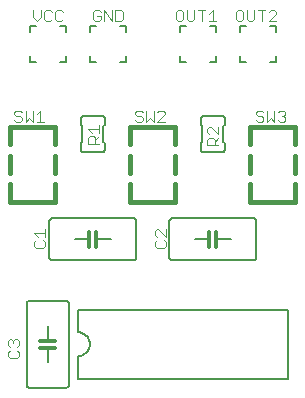
<source format=gto>
G75*
G70*
%OFA0B0*%
%FSLAX24Y24*%
%IPPOS*%
%LPD*%
%AMOC8*
5,1,8,0,0,1.08239X$1,22.5*
%
%ADD10C,0.0030*%
%ADD11C,0.0060*%
%ADD12C,0.0160*%
%ADD13C,0.0120*%
D10*
X000906Y002470D02*
X001153Y002470D01*
X001215Y002532D01*
X001215Y002655D01*
X001153Y002717D01*
X001215Y002655D01*
X001215Y002532D01*
X001153Y002470D01*
X000906Y002470D01*
X000845Y002532D01*
X000845Y002655D01*
X000906Y002717D01*
X000845Y002655D01*
X000845Y002532D01*
X000906Y002470D01*
X000906Y002838D02*
X000845Y002900D01*
X000845Y003023D01*
X000906Y003085D01*
X000968Y003085D01*
X001030Y003023D01*
X001092Y003085D01*
X001153Y003085D01*
X001215Y003023D01*
X001215Y002900D01*
X001153Y002838D01*
X001215Y002900D01*
X001215Y003023D01*
X001153Y003085D01*
X001092Y003085D01*
X001030Y003023D01*
X001030Y002962D01*
X001030Y003023D01*
X000968Y003085D01*
X000906Y003085D01*
X000845Y003023D01*
X000845Y002900D01*
X000906Y002838D01*
X001781Y006145D02*
X002028Y006145D01*
X002090Y006207D01*
X002090Y006330D01*
X002028Y006392D01*
X002090Y006513D02*
X002090Y006760D01*
X002090Y006637D02*
X001720Y006637D01*
X001843Y006513D01*
X001781Y006392D02*
X001720Y006330D01*
X001720Y006207D01*
X001781Y006145D01*
X003520Y009608D02*
X003520Y009794D01*
X003581Y009855D01*
X003705Y009855D01*
X003767Y009794D01*
X003767Y009608D01*
X003890Y009608D02*
X003520Y009608D01*
X003767Y009732D02*
X003890Y009855D01*
X003890Y009977D02*
X003890Y010224D01*
X003890Y010100D02*
X003520Y010100D01*
X003643Y009977D01*
X005095Y010407D02*
X005157Y010345D01*
X005280Y010345D01*
X005342Y010407D01*
X005342Y010468D01*
X005280Y010530D01*
X005157Y010530D01*
X005095Y010592D01*
X005095Y010654D01*
X005157Y010715D01*
X005280Y010715D01*
X005342Y010654D01*
X005463Y010715D02*
X005463Y010345D01*
X005587Y010468D01*
X005710Y010345D01*
X005710Y010715D01*
X005832Y010654D02*
X005893Y010715D01*
X006017Y010715D01*
X006079Y010654D01*
X006079Y010592D01*
X005832Y010345D01*
X006079Y010345D01*
X007495Y010112D02*
X007495Y009988D01*
X007556Y009927D01*
X007556Y009805D02*
X007495Y009744D01*
X007495Y009558D01*
X007865Y009558D01*
X007742Y009558D02*
X007742Y009744D01*
X007680Y009805D01*
X007556Y009805D01*
X007742Y009682D02*
X007865Y009805D01*
X007865Y009927D02*
X007618Y010174D01*
X007556Y010174D01*
X007495Y010112D01*
X007865Y010174D02*
X007865Y009927D01*
X009120Y010407D02*
X009182Y010345D01*
X009305Y010345D01*
X009367Y010407D01*
X009367Y010468D01*
X009305Y010530D01*
X009182Y010530D01*
X009120Y010592D01*
X009120Y010654D01*
X009182Y010715D01*
X009305Y010715D01*
X009367Y010654D01*
X009488Y010715D02*
X009488Y010345D01*
X009612Y010468D01*
X009735Y010345D01*
X009735Y010715D01*
X009857Y010654D02*
X009918Y010715D01*
X010042Y010715D01*
X010104Y010654D01*
X010104Y010592D01*
X010042Y010530D01*
X010104Y010468D01*
X010104Y010407D01*
X010042Y010345D01*
X009918Y010345D01*
X009857Y010407D01*
X009980Y010530D02*
X010042Y010530D01*
X009797Y013695D02*
X009550Y013695D01*
X009797Y013942D01*
X009797Y014004D01*
X009735Y014065D01*
X009612Y014065D01*
X009550Y014004D01*
X009429Y014065D02*
X009182Y014065D01*
X009060Y014065D02*
X009060Y013757D01*
X008998Y013695D01*
X008875Y013695D01*
X008813Y013757D01*
X008813Y014065D01*
X008692Y014004D02*
X008630Y014065D01*
X008507Y014065D01*
X008445Y014004D01*
X008445Y013757D01*
X008507Y013695D01*
X008630Y013695D01*
X008692Y013757D01*
X008692Y014004D01*
X009305Y014065D02*
X009305Y013695D01*
X007797Y013695D02*
X007550Y013695D01*
X007673Y013695D02*
X007673Y014065D01*
X007550Y013942D01*
X007429Y014065D02*
X007182Y014065D01*
X007060Y014065D02*
X007060Y013757D01*
X006998Y013695D01*
X006875Y013695D01*
X006813Y013757D01*
X006813Y014065D01*
X006692Y014004D02*
X006630Y014065D01*
X006507Y014065D01*
X006445Y014004D01*
X006445Y013757D01*
X006507Y013695D01*
X006630Y013695D01*
X006692Y013757D01*
X006692Y014004D01*
X007305Y014065D02*
X007305Y013695D01*
X004679Y013757D02*
X004679Y014004D01*
X004617Y014065D01*
X004432Y014065D01*
X004432Y013695D01*
X004617Y013695D01*
X004679Y013757D01*
X004310Y013695D02*
X004310Y014065D01*
X004063Y014065D02*
X004063Y013695D01*
X003942Y013757D02*
X003942Y013880D01*
X003818Y013880D01*
X003695Y013757D02*
X003757Y013695D01*
X003880Y013695D01*
X003942Y013757D01*
X003942Y014004D02*
X003880Y014065D01*
X003757Y014065D01*
X003695Y014004D01*
X003695Y013757D01*
X004063Y014065D02*
X004310Y013695D01*
X002679Y013757D02*
X002617Y013695D01*
X002493Y013695D01*
X002432Y013757D01*
X002432Y014004D01*
X002493Y014065D01*
X002617Y014065D01*
X002679Y014004D01*
X002310Y014004D02*
X002248Y014065D01*
X002125Y014065D01*
X002063Y014004D01*
X002063Y013757D01*
X002125Y013695D01*
X002248Y013695D01*
X002310Y013757D01*
X001942Y013818D02*
X001942Y014065D01*
X001942Y013818D02*
X001818Y013695D01*
X001695Y013818D01*
X001695Y014065D01*
X001685Y010715D02*
X001685Y010345D01*
X001562Y010468D01*
X001438Y010345D01*
X001438Y010715D01*
X001317Y010654D02*
X001255Y010715D01*
X001132Y010715D01*
X001070Y010654D01*
X001070Y010592D01*
X001132Y010530D01*
X001255Y010530D01*
X001317Y010468D01*
X001317Y010407D01*
X001255Y010345D01*
X001132Y010345D01*
X001070Y010407D01*
X001807Y010345D02*
X002054Y010345D01*
X001930Y010345D02*
X001930Y010715D01*
X001807Y010592D01*
X005745Y006698D02*
X005745Y006575D01*
X005806Y006513D01*
X005806Y006392D02*
X005745Y006330D01*
X005745Y006207D01*
X005806Y006145D01*
X006053Y006145D01*
X006115Y006207D01*
X006115Y006330D01*
X006053Y006392D01*
X006115Y006513D02*
X005868Y006760D01*
X005806Y006760D01*
X005745Y006698D01*
X006115Y006760D02*
X006115Y006513D01*
D11*
X002780Y001480D02*
X001580Y001480D01*
X001563Y001482D01*
X001546Y001486D01*
X001530Y001493D01*
X001516Y001503D01*
X001503Y001516D01*
X001493Y001530D01*
X001486Y001546D01*
X001482Y001563D01*
X001480Y001580D01*
X001480Y004280D01*
X001482Y004297D01*
X001486Y004314D01*
X001493Y004330D01*
X001503Y004344D01*
X001516Y004357D01*
X001530Y004367D01*
X001546Y004374D01*
X001563Y004378D01*
X001580Y004380D01*
X002780Y004380D01*
X002797Y004378D01*
X002814Y004374D01*
X002830Y004367D01*
X002844Y004357D01*
X002857Y004344D01*
X002867Y004330D01*
X002874Y004314D01*
X002878Y004297D01*
X002880Y004280D01*
X002880Y001580D01*
X002878Y001563D01*
X002874Y001546D01*
X002867Y001530D01*
X002857Y001516D01*
X002844Y001503D01*
X002830Y001493D01*
X002814Y001486D01*
X002797Y001482D01*
X002780Y001480D01*
X003180Y001780D02*
X003180Y002530D01*
X003219Y002532D01*
X003258Y002538D01*
X003296Y002547D01*
X003333Y002560D01*
X003369Y002577D01*
X003402Y002597D01*
X003434Y002621D01*
X003463Y002647D01*
X003489Y002676D01*
X003513Y002708D01*
X003533Y002741D01*
X003550Y002777D01*
X003563Y002814D01*
X003572Y002852D01*
X003578Y002891D01*
X003580Y002930D01*
X003578Y002969D01*
X003572Y003008D01*
X003563Y003046D01*
X003550Y003083D01*
X003533Y003119D01*
X003513Y003152D01*
X003489Y003184D01*
X003463Y003213D01*
X003434Y003239D01*
X003402Y003263D01*
X003369Y003283D01*
X003333Y003300D01*
X003296Y003313D01*
X003258Y003322D01*
X003219Y003328D01*
X003180Y003330D01*
X003180Y004080D01*
X010180Y004080D01*
X010180Y001780D01*
X003180Y001780D01*
X002180Y002330D02*
X002180Y002800D01*
X002180Y003050D02*
X002180Y003530D01*
X002330Y005730D02*
X005030Y005730D01*
X005047Y005732D01*
X005064Y005736D01*
X005080Y005743D01*
X005094Y005753D01*
X005107Y005766D01*
X005117Y005780D01*
X005124Y005796D01*
X005128Y005813D01*
X005130Y005830D01*
X005130Y007030D01*
X005128Y007047D01*
X005124Y007064D01*
X005117Y007080D01*
X005107Y007094D01*
X005094Y007107D01*
X005080Y007117D01*
X005064Y007124D01*
X005047Y007128D01*
X005030Y007130D01*
X002330Y007130D01*
X002313Y007128D01*
X002296Y007124D01*
X002280Y007117D01*
X002266Y007107D01*
X002253Y007094D01*
X002243Y007080D01*
X002236Y007064D01*
X002232Y007047D01*
X002230Y007030D01*
X002230Y005830D01*
X002232Y005813D01*
X002236Y005796D01*
X002243Y005780D01*
X002253Y005766D01*
X002266Y005753D01*
X002280Y005743D01*
X002296Y005736D01*
X002313Y005732D01*
X002330Y005730D01*
X003080Y006430D02*
X003550Y006430D01*
X003800Y006430D02*
X004280Y006430D01*
X006230Y007030D02*
X006230Y005830D01*
X006232Y005813D01*
X006236Y005796D01*
X006243Y005780D01*
X006253Y005766D01*
X006266Y005753D01*
X006280Y005743D01*
X006296Y005736D01*
X006313Y005732D01*
X006330Y005730D01*
X009030Y005730D01*
X009047Y005732D01*
X009064Y005736D01*
X009080Y005743D01*
X009094Y005753D01*
X009107Y005766D01*
X009117Y005780D01*
X009124Y005796D01*
X009128Y005813D01*
X009130Y005830D01*
X009130Y007030D01*
X009128Y007047D01*
X009124Y007064D01*
X009117Y007080D01*
X009107Y007094D01*
X009094Y007107D01*
X009080Y007117D01*
X009064Y007124D01*
X009047Y007128D01*
X009030Y007130D01*
X006330Y007130D01*
X006313Y007128D01*
X006296Y007124D01*
X006280Y007117D01*
X006266Y007107D01*
X006253Y007094D01*
X006243Y007080D01*
X006236Y007064D01*
X006232Y007047D01*
X006230Y007030D01*
X007080Y006430D02*
X007550Y006430D01*
X007800Y006430D02*
X008280Y006430D01*
X007980Y009324D02*
X007380Y009324D01*
X007363Y009326D01*
X007346Y009330D01*
X007330Y009337D01*
X007316Y009347D01*
X007303Y009360D01*
X007293Y009374D01*
X007286Y009390D01*
X007282Y009407D01*
X007280Y009424D01*
X007280Y009624D01*
X007330Y009674D01*
X007330Y010186D01*
X007280Y010236D01*
X007280Y010436D01*
X007282Y010453D01*
X007286Y010470D01*
X007293Y010486D01*
X007303Y010500D01*
X007316Y010513D01*
X007330Y010523D01*
X007346Y010530D01*
X007363Y010534D01*
X007380Y010536D01*
X007980Y010536D01*
X007997Y010534D01*
X008014Y010530D01*
X008030Y010523D01*
X008044Y010513D01*
X008057Y010500D01*
X008067Y010486D01*
X008074Y010470D01*
X008078Y010453D01*
X008080Y010436D01*
X008080Y010236D01*
X008030Y010186D01*
X008030Y009674D01*
X008080Y009624D01*
X008080Y009424D01*
X008078Y009407D01*
X008074Y009390D01*
X008067Y009374D01*
X008057Y009360D01*
X008044Y009347D01*
X008030Y009337D01*
X008014Y009330D01*
X007997Y009326D01*
X007980Y009324D01*
X007780Y012330D02*
X007580Y012330D01*
X007780Y012330D02*
X007780Y012530D01*
X007780Y013330D02*
X007780Y013530D01*
X007580Y013530D01*
X006780Y013530D02*
X006580Y013530D01*
X006580Y013330D01*
X006580Y012530D02*
X006580Y012330D01*
X006780Y012330D01*
X008580Y012330D02*
X008580Y012530D01*
X008580Y012330D02*
X008780Y012330D01*
X009580Y012330D02*
X009780Y012330D01*
X009780Y012530D01*
X009780Y013330D02*
X009780Y013530D01*
X009580Y013530D01*
X008780Y013530D02*
X008580Y013530D01*
X008580Y013330D01*
X004780Y013330D02*
X004780Y013530D01*
X004580Y013530D01*
X003780Y013530D02*
X003580Y013530D01*
X003580Y013330D01*
X003580Y012530D02*
X003580Y012330D01*
X003780Y012330D01*
X004580Y012330D02*
X004780Y012330D01*
X004780Y012530D01*
X003980Y010536D02*
X003380Y010536D01*
X003363Y010534D01*
X003346Y010530D01*
X003330Y010523D01*
X003316Y010513D01*
X003303Y010500D01*
X003293Y010486D01*
X003286Y010470D01*
X003282Y010453D01*
X003280Y010436D01*
X003280Y010236D01*
X003330Y010186D01*
X003330Y009674D01*
X003280Y009624D01*
X003280Y009424D01*
X003282Y009407D01*
X003286Y009390D01*
X003293Y009374D01*
X003303Y009360D01*
X003316Y009347D01*
X003330Y009337D01*
X003346Y009330D01*
X003363Y009326D01*
X003380Y009324D01*
X003980Y009324D01*
X003997Y009326D01*
X004014Y009330D01*
X004030Y009337D01*
X004044Y009347D01*
X004057Y009360D01*
X004067Y009374D01*
X004074Y009390D01*
X004078Y009407D01*
X004080Y009424D01*
X004080Y009624D01*
X004030Y009674D01*
X004030Y010186D01*
X004080Y010236D01*
X004080Y010436D01*
X004078Y010453D01*
X004074Y010470D01*
X004067Y010486D01*
X004057Y010500D01*
X004044Y010513D01*
X004030Y010523D01*
X004014Y010530D01*
X003997Y010534D01*
X003980Y010536D01*
X002780Y012330D02*
X002580Y012330D01*
X002780Y012330D02*
X002780Y012530D01*
X002780Y013330D02*
X002780Y013530D01*
X002580Y013530D01*
X001780Y013530D02*
X001580Y013530D01*
X001580Y013330D01*
X001580Y012530D02*
X001580Y012330D01*
X001780Y012330D01*
D12*
X002430Y010180D02*
X000930Y010180D01*
X000930Y009609D01*
X000930Y009215D02*
X000930Y008645D01*
X000930Y008251D02*
X000930Y007680D01*
X002430Y007680D01*
X002430Y008251D01*
X002430Y008645D02*
X002430Y009215D01*
X002430Y009609D02*
X002430Y010180D01*
X004930Y010180D02*
X004930Y009609D01*
X004930Y009215D02*
X004930Y008645D01*
X004930Y008251D02*
X004930Y007680D01*
X006430Y007680D01*
X006430Y008251D01*
X006430Y008645D02*
X006430Y009215D01*
X006430Y009609D02*
X006430Y010180D01*
X004930Y010180D01*
X008930Y010180D02*
X008930Y009609D01*
X008930Y009215D02*
X008930Y008645D01*
X008930Y008251D02*
X008930Y007680D01*
X010430Y007680D01*
X010430Y008251D01*
X010430Y008645D02*
X010430Y009215D01*
X010430Y009609D02*
X010430Y010180D01*
X008930Y010180D01*
D13*
X007800Y006680D02*
X007800Y006430D01*
X007800Y006180D01*
X007550Y006180D02*
X007550Y006430D01*
X007550Y006680D01*
X003800Y006680D02*
X003800Y006430D01*
X003800Y006180D01*
X003550Y006180D02*
X003550Y006430D01*
X003550Y006680D01*
X002430Y003050D02*
X002180Y003050D01*
X001930Y003050D01*
X001930Y002800D02*
X002180Y002800D01*
X002430Y002800D01*
M02*

</source>
